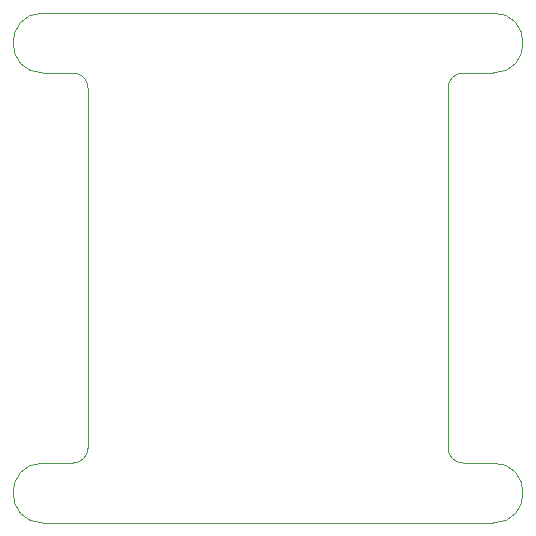
<source format=gbr>
%TF.GenerationSoftware,KiCad,Pcbnew,(6.0.2-0)*%
%TF.CreationDate,2022-03-18T09:55:06+00:00*%
%TF.ProjectId,Epaper154,45706170-6572-4313-9534-2e6b69636164,1*%
%TF.SameCoordinates,Original*%
%TF.FileFunction,Profile,NP*%
%FSLAX46Y46*%
G04 Gerber Fmt 4.6, Leading zero omitted, Abs format (unit mm)*
G04 Created by KiCad (PCBNEW (6.0.2-0)) date 2022-03-18 09:55:06*
%MOMM*%
%LPD*%
G01*
G04 APERTURE LIST*
%TA.AperFunction,Profile*%
%ADD10C,0.050000*%
%TD*%
G04 APERTURE END LIST*
D10*
X132080000Y-99060000D02*
X134620000Y-99060000D01*
X134620000Y-99060000D02*
G75*
G03*
X135890000Y-97790000I1J1269999D01*
G01*
X170180000Y-104140000D02*
G75*
G03*
X170180000Y-99060000I0J2540000D01*
G01*
X166370000Y-67310000D02*
X166370000Y-97790000D01*
X132080000Y-66040000D02*
X134620000Y-66040000D01*
X167640000Y-66040000D02*
G75*
G03*
X166370000Y-67310000I-1J-1269999D01*
G01*
X132080000Y-60960000D02*
X170180000Y-60960000D01*
X170180000Y-66040000D02*
G75*
G03*
X170180000Y-60960000I0J2540000D01*
G01*
X135890000Y-67310000D02*
X135890000Y-97790000D01*
X132080000Y-60960000D02*
G75*
G03*
X132080000Y-66040000I0J-2540000D01*
G01*
X170180000Y-104140000D02*
X132080000Y-104140000D01*
X135890000Y-67310000D02*
G75*
G03*
X134620000Y-66040000I-1269999J1D01*
G01*
X167640000Y-66040000D02*
X170180000Y-66040000D01*
X132080000Y-99060000D02*
G75*
G03*
X132080000Y-104140000I0J-2540000D01*
G01*
X166370000Y-97790000D02*
G75*
G03*
X167640000Y-99060000I1269999J-1D01*
G01*
X167640000Y-99060000D02*
X170180000Y-99060000D01*
M02*

</source>
